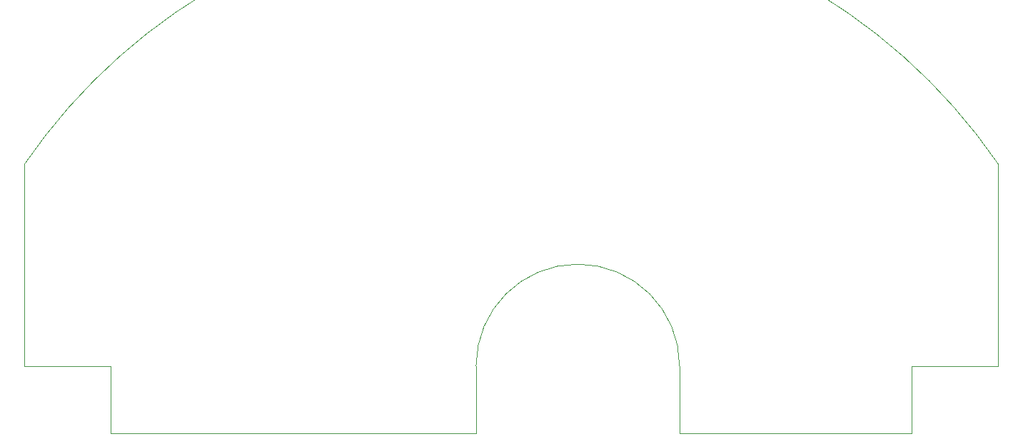
<source format=gko>
G04*
G04 #@! TF.GenerationSoftware,Altium Limited,Altium Designer,18.1.7 (191)*
G04*
G04 Layer_Color=16711935*
%FSLAX44Y44*%
%MOMM*%
G71*
G01*
G75*
%ADD21C,0.0254*%
D21*
X1480492Y573131D02*
G03*
X325443Y573123I-577522J-395561D01*
G01*
X981710Y454660D02*
G03*
X861060Y334010I0J-120650D01*
G01*
X1102360D02*
G03*
X981710Y454660I-120650J0D01*
G01*
X1480490Y573129D02*
X1480490Y334010D01*
X1377950D02*
X1480490D01*
X325450D02*
X427990D01*
X325450Y573118D02*
X325450Y334010D01*
X427990Y254000D02*
X861060Y254000D01*
X1102360Y254000D02*
X1377950Y254000D01*
X861060D02*
Y334010D01*
X1102360Y254000D02*
Y334010D01*
X1377950Y254000D02*
Y334010D01*
X427990Y254000D02*
Y334010D01*
M02*

</source>
